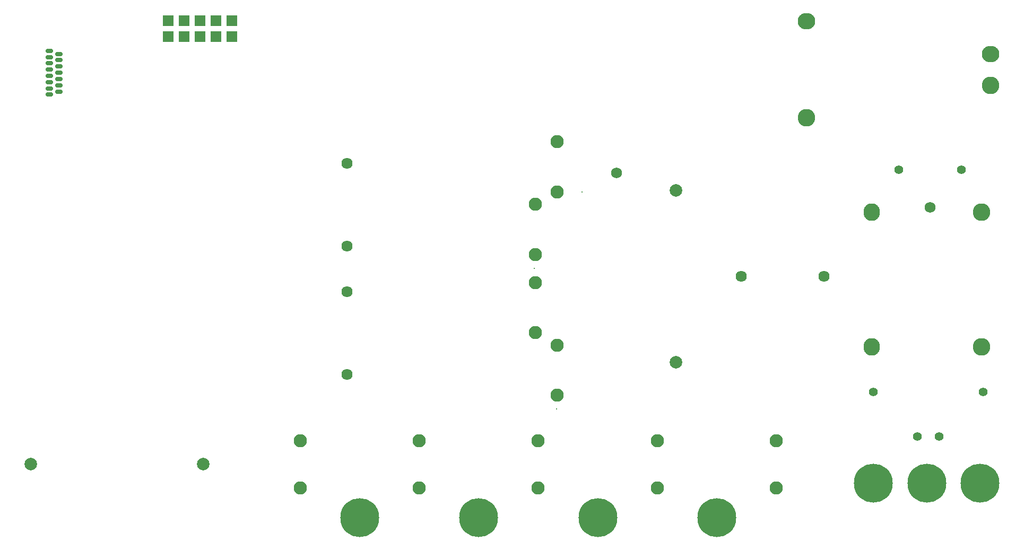
<source format=gbs>
G04*
G04 #@! TF.GenerationSoftware,Altium Limited,Altium Designer,18.1.7 (191)*
G04*
G04 Layer_Color=16711935*
%FSLAX44Y44*%
%MOMM*%
G71*
G01*
G75*
%ADD61O,1.2032X0.7032*%
%ADD65C,2.0032*%
%ADD66O,2.8032X2.6032*%
%ADD67C,2.8032*%
%ADD68C,1.7272*%
%ADD69O,2.6032X2.8032*%
%ADD70C,1.7932*%
%ADD71C,6.2032*%
%ADD72C,2.1032*%
%ADD73C,1.4032*%
%ADD74R,1.8032X1.8032*%
%ADD75C,0.2032*%
D61*
X580000Y780000D02*
D03*
X595000Y785000D02*
D03*
X580000Y790000D02*
D03*
X595000Y795000D02*
D03*
X580000Y800000D02*
D03*
X595000Y805000D02*
D03*
X580000Y810000D02*
D03*
X595000Y815000D02*
D03*
X580000Y820000D02*
D03*
Y830000D02*
D03*
X595000Y825000D02*
D03*
Y835000D02*
D03*
X580000Y840000D02*
D03*
X595000Y845000D02*
D03*
X580000Y850000D02*
D03*
D65*
X1580000Y627500D02*
D03*
Y352500D02*
D03*
X550000Y190000D02*
D03*
X825000D02*
D03*
D66*
X1788000Y897000D02*
D03*
X2082000Y845000D02*
D03*
D67*
X1788000Y743000D02*
D03*
X2082000Y795000D02*
D03*
X2067500Y377500D02*
D03*
Y592500D02*
D03*
D68*
X1985000Y600000D02*
D03*
X1485000Y655000D02*
D03*
D69*
X1892500Y377500D02*
D03*
Y592500D02*
D03*
D70*
X1683960Y490000D02*
D03*
X1816040D02*
D03*
X1055000Y332920D02*
D03*
Y465000D02*
D03*
Y670000D02*
D03*
Y537920D02*
D03*
D71*
X1265000Y105000D02*
D03*
X1455000D02*
D03*
X1895000Y160000D02*
D03*
X1075000Y105000D02*
D03*
X1645000D02*
D03*
X1980000Y160000D02*
D03*
X2065000D02*
D03*
D72*
X1355000Y480000D02*
D03*
Y400000D02*
D03*
X1740000Y227500D02*
D03*
Y152500D02*
D03*
X1550000Y227500D02*
D03*
Y152500D02*
D03*
X1170000Y227500D02*
D03*
Y152500D02*
D03*
X980000Y227500D02*
D03*
Y152500D02*
D03*
X1390000Y705000D02*
D03*
Y625000D02*
D03*
X1360000Y227500D02*
D03*
Y152500D02*
D03*
X1390000Y380000D02*
D03*
Y300000D02*
D03*
X1355000Y605000D02*
D03*
Y525000D02*
D03*
D73*
X1999645Y234645D02*
D03*
X2070355Y305355D02*
D03*
X1935000Y660000D02*
D03*
X2035000D02*
D03*
X1965355Y234645D02*
D03*
X1894645Y305355D02*
D03*
D74*
X870800Y872300D02*
D03*
X845400D02*
D03*
X820000D02*
D03*
X794600D02*
D03*
X769200D02*
D03*
Y897700D02*
D03*
X794600D02*
D03*
X820000D02*
D03*
X845400D02*
D03*
X870800D02*
D03*
D75*
X1389000Y278000D02*
D03*
X1430000Y625000D02*
D03*
X1354000Y503000D02*
D03*
M02*

</source>
